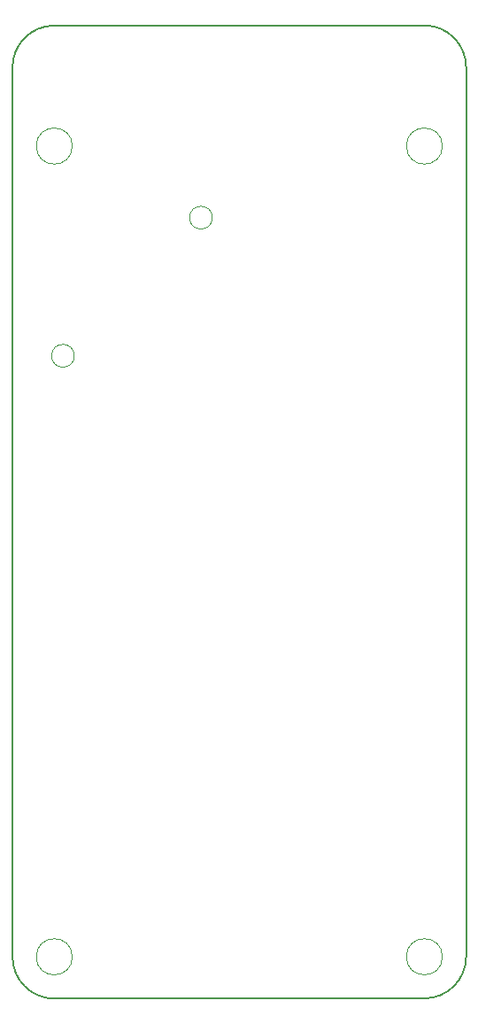
<source format=gm1>
G04 #@! TF.GenerationSoftware,KiCad,Pcbnew,8.0.7*
G04 #@! TF.CreationDate,2025-01-20T10:56:57-06:00*
G04 #@! TF.ProjectId,Digit,44696769-742e-46b6-9963-61645f706362,1.2*
G04 #@! TF.SameCoordinates,Original*
G04 #@! TF.FileFunction,Profile,NP*
%FSLAX46Y46*%
G04 Gerber Fmt 4.6, Leading zero omitted, Abs format (unit mm)*
G04 Created by KiCad (PCBNEW 8.0.7) date 2025-01-20 10:56:57*
%MOMM*%
%LPD*%
G01*
G04 APERTURE LIST*
G04 #@! TA.AperFunction,Profile*
%ADD10C,0.200000*%
G04 #@! TD*
G04 #@! TA.AperFunction,Profile*
%ADD11C,0.050000*%
G04 #@! TD*
G04 APERTURE END LIST*
D10*
X67866572Y-123425000D02*
G75*
G02*
X63875000Y-127424963I-3999972J0D01*
G01*
X24470000Y-38440000D02*
X24470000Y-123440000D01*
X28470000Y-127440000D02*
G75*
G02*
X24470000Y-123440000I0J4000000D01*
G01*
X63866573Y-34425000D02*
X28470000Y-34440000D01*
X63866573Y-34425027D02*
G75*
G02*
X67866573Y-38425000I27J-3999973D01*
G01*
X63875000Y-127425000D02*
X28470000Y-127440000D01*
X67866573Y-123425000D02*
X67866573Y-38425000D01*
X24470000Y-38440000D02*
G75*
G02*
X28470000Y-34440000I4000000J0D01*
G01*
D11*
X65600000Y-45955000D02*
G75*
G02*
X62150000Y-45955000I-1725000J0D01*
G01*
X62150000Y-45955000D02*
G75*
G02*
X65600000Y-45955000I1725000J0D01*
G01*
X65600000Y-123445000D02*
G75*
G02*
X62150000Y-123445000I-1725000J0D01*
G01*
X62150000Y-123445000D02*
G75*
G02*
X65600000Y-123445000I1725000J0D01*
G01*
X30195000Y-45955000D02*
G75*
G02*
X26745000Y-45955000I-1725000J0D01*
G01*
X26745000Y-45955000D02*
G75*
G02*
X30195000Y-45955000I1725000J0D01*
G01*
X30390000Y-66000000D02*
G75*
G02*
X28210000Y-66000000I-1090000J0D01*
G01*
X28210000Y-66000000D02*
G75*
G02*
X30390000Y-66000000I1090000J0D01*
G01*
X43590000Y-52800000D02*
G75*
G02*
X41410000Y-52800000I-1090000J0D01*
G01*
X41410000Y-52800000D02*
G75*
G02*
X43590000Y-52800000I1090000J0D01*
G01*
X30195000Y-123445000D02*
G75*
G02*
X26745000Y-123445000I-1725000J0D01*
G01*
X26745000Y-123445000D02*
G75*
G02*
X30195000Y-123445000I1725000J0D01*
G01*
M02*

</source>
